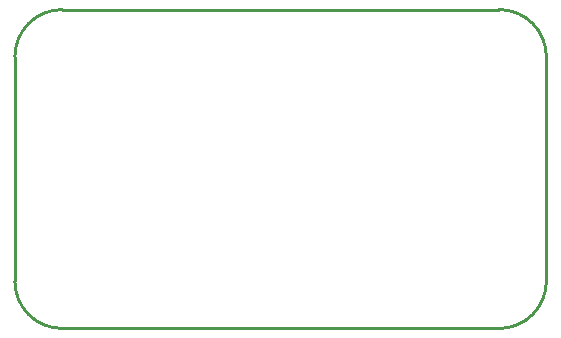
<source format=gko>
G04 Layer: BoardOutlineLayer*
G04 EasyEDA v6.4.31, 2022-02-08 20:51:16*
G04 aca76a114d3d40dd8edb9042e3354b56,7b35ab87edb5478c89a92b32cd25319b,10*
G04 Gerber Generator version 0.2*
G04 Scale: 100 percent, Rotated: No, Reflected: No *
G04 Dimensions in millimeters *
G04 leading zeros omitted , absolute positions ,4 integer and 5 decimal *
%FSLAX45Y45*%
%MOMM*%

%ADD10C,0.2540*%
D10*
X4800000Y3200001D02*
G01*
X1100000Y3200001D01*
X1100000Y5900000D02*
G01*
X4800000Y5900000D01*
X700001Y3600000D02*
G01*
X700001Y5499999D01*
X5199999Y5499999D02*
G01*
X5199999Y3600000D01*
G75*
G01*
X4800001Y5900001D02*
G02*
X5200000Y5499999I0J-399999D01*
G75*
G01*
X5200000Y3600000D02*
G02*
X4800001Y3200001I-399999J0D01*
G75*
G01*
X700001Y5499999D02*
G02*
X1100000Y5900001I399999J3D01*
G75*
G01*
X1100000Y3200001D02*
G02*
X700001Y3600000I0J399999D01*

%LPD*%
M02*

</source>
